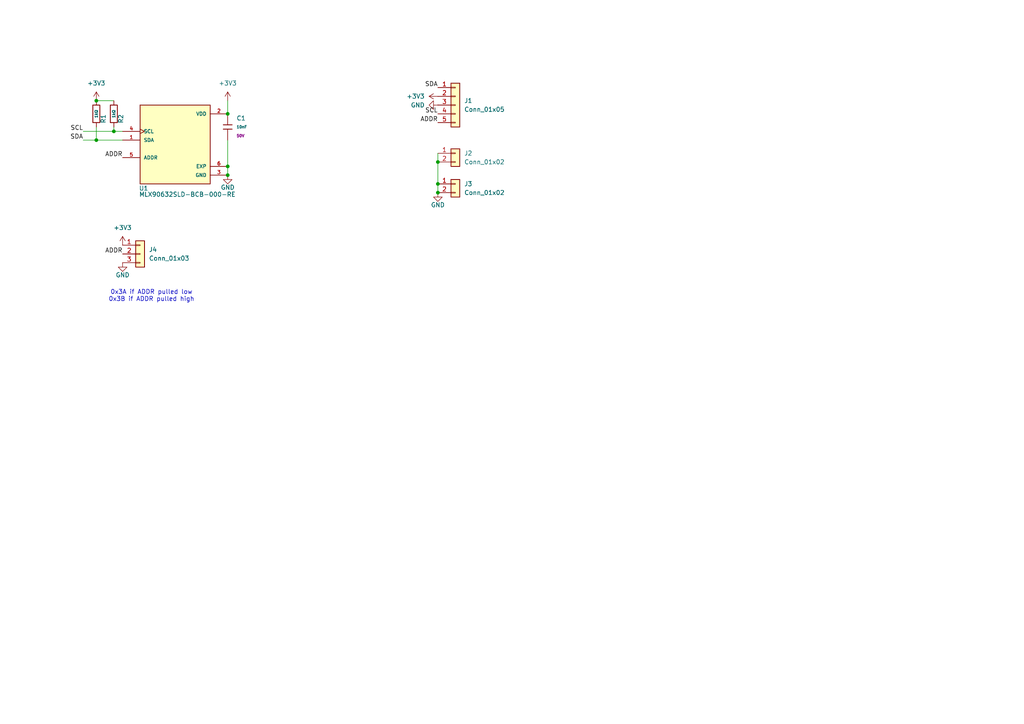
<source format=kicad_sch>
(kicad_sch (version 20250114) (generator "eeschema") (generator_version "9.0")
  (paper "A4")
  (lib_symbols
    (symbol "Connector_Generic:Conn_01x02" (pin_names (offset 1.016) (hide yes))
      (property "Reference" "J" (at 0 2.54 0))
      (property "Value" "Conn_01x02" (at 0 -5.08 0))
      (symbol "Conn_01x02_1_1"
        (rectangle (start -1.27 1.27) (end 1.27 -3.81) (stroke (width 0.254)) (fill (type background)))
        (rectangle (start -1.27 0.127) (end 0 -0.127) (stroke (width 0.1524)))
        (rectangle (start -1.27 -2.413) (end 0 -2.667) (stroke (width 0.1524)))
        (pin passive line (at -5.08 0 0) (length 3.81) (name "Pin_1") (number "1"))
        (pin passive line (at -5.08 -2.54 0) (length 3.81) (name "Pin_2") (number "2"))
      )
    )
    (symbol "Connector_Generic:Conn_01x03" (pin_names (offset 1.016) (hide yes))
      (property "Reference" "J" (at 0 5.08 0))
      (property "Value" "Conn_01x03" (at 0 -5.08 0))
      (symbol "Conn_01x03_1_1"
        (rectangle (start -1.27 3.81) (end 1.27 -3.81) (stroke (width 0.254)) (fill (type background)))
        (rectangle (start -1.27 2.667) (end 0 2.413) (stroke (width 0.1524)))
        (rectangle (start -1.27 0.127) (end 0 -0.127) (stroke (width 0.1524)))
        (rectangle (start -1.27 -2.413) (end 0 -2.667) (stroke (width 0.1524)))
        (pin passive line (at -5.08 2.54 0) (length 3.81) (name "Pin_1") (number "1"))
        (pin passive line (at -5.08 0 0) (length 3.81) (name "Pin_2") (number "2"))
        (pin passive line (at -5.08 -2.54 0) (length 3.81) (name "Pin_3") (number "3"))
      )
    )
    (symbol "Connector_Generic:Conn_01x05" (pin_names (offset 1.016) (hide yes))
      (property "Reference" "J" (at 0 7.62 0))
      (property "Value" "Conn_01x05" (at 0 -7.62 0))
      (symbol "Conn_01x05_1_1"
        (rectangle (start -1.27 6.35) (end 1.27 -6.35) (stroke (width 0.254)) (fill (type background)))
        (rectangle (start -1.27 5.207) (end 0 4.953) (stroke (width 0.1524)))
        (rectangle (start -1.27 2.667) (end 0 2.413) (stroke (width 0.1524)))
        (rectangle (start -1.27 0.127) (end 0 -0.127) (stroke (width 0.1524)))
        (rectangle (start -1.27 -2.413) (end 0 -2.667) (stroke (width 0.1524)))
        (rectangle (start -1.27 -4.953) (end 0 -5.207) (stroke (width 0.1524)))
        (pin passive line (at -5.08 5.08 0) (length 3.81) (name "Pin_1") (number "1"))
        (pin passive line (at -5.08 2.54 0) (length 3.81) (name "Pin_2") (number "2"))
        (pin passive line (at -5.08 0 0) (length 3.81) (name "Pin_3") (number "3"))
        (pin passive line (at -5.08 -2.54 0) (length 3.81) (name "Pin_4") (number "4"))
        (pin passive line (at -5.08 -5.08 0) (length 3.81) (name "Pin_5") (number "5"))
      )
    )
    (symbol "MLX90632SLD-BCB-000-RE:MLX90632SLD-BCB-000-RE" (pin_names (offset 1.016))
      (property "Reference" "U" (at -10.16 10.922 0))
      (property "Value" "MLX90632SLD-BCB-000-RE" (at -10.16 -14.986 0))
      (symbol "MLX90632SLD-BCB-000-RE_0_0"
        (rectangle (start -10.16 -12.7) (end 10.16 10.16) (stroke (width 0.254)) (fill (type background)))
        (pin input clock (at -15.24 2.54 0) (length 5.08) (name "SCL") (number "4"))
        (pin input line (at -15.24 0 0) (length 5.08) (name "SDA") (number "1"))
        (pin input line (at -15.24 -5.08 0) (length 5.08) (name "ADDR") (number "5"))
        (pin power_in line (at 15.24 7.62 180) (length 5.08) (name "VDD") (number "2"))
        (pin power_in line (at 15.24 -7.62 180) (length 5.08) (name "EXP") (number "6"))
        (pin power_in line (at 15.24 -10.16 180) (length 5.08) (name "GND") (number "3"))
      )
    )
    (symbol "PCM_JLCPCB-Capacitors:0402,10nF" (pin_numbers (hide yes)) (pin_names (offset 0))
      (property "Reference" "C" (at 2.032 1.668 0))
      (property "Value" "10nF" (at 2.032 -0.3782 0))
      (property "Voltage Rated" "50V" (at 2.032 -2.0462 0))
      (symbol "0402,10nF_0_1"
        (polyline (pts (xy -1.27 0.635) (xy 1.27 0.635)) (stroke (width 0.254)))
        (polyline (pts (xy -1.27 -0.635) (xy 1.27 -0.635)) (stroke (width 0.254)))
      )
      (symbol "0402,10nF_1_1"
        (pin passive line (at 0 3.81 270) (length 3.175) (name "~") (number "1"))
        (pin passive line (at 0 -3.81 90) (length 3.175) (name "~") (number "2"))
      )
    )
    (symbol "PCM_JLCPCB-Resistors:0402,1kΩ" (pin_numbers (hide yes)) (pin_names (offset 0))
      (property "Reference" "R" (at 1.778 0 0))
      (property "Value" "1kΩ" (at 0 0 90))
      (symbol "0402,1kΩ_0_1"
        (rectangle (start -1.016 2.54) (end 1.016 -2.54) (stroke (width 0.254)))
      )
      (symbol "0402,1kΩ_1_1"
        (pin passive line (at 0 3.81 270) (length 1.27) (name "~") (number "1"))
        (pin passive line (at 0 -3.81 90) (length 1.27) (name "~") (number "2"))
      )
    )
    (symbol "power:+3V3" (power) (pin_numbers (hide yes)) (pin_names (offset 0) (hide yes))
      (property "Value" "+3V3" (at 0 3.556 0))
      (symbol "+3V3_0_1"
        (polyline (pts (xy -0.762 1.27) (xy 0 2.54)))
        (polyline (pts (xy 0 2.54) (xy 0.762 1.27)))
        (polyline (pts (xy 0 0) (xy 0 2.54)))
      )
      (symbol "+3V3_1_1"
        (pin power_in line (at 0 0 90) (length 0) (name "~") (number "1"))
      )
    )
    (symbol "power:GND" (power) (pin_numbers (hide yes)) (pin_names (offset 0) (hide yes))
      (property "Value" "GND" (at 0 -3.81 0))
      (symbol "GND_0_1"
        (polyline (pts (xy 0 0) (xy 0 -1.27) (xy 1.27 -1.27) (xy 0 -2.54) (xy -1.27 -1.27) (xy 0 -1.27)))
      )
      (symbol "GND_1_1"
        (pin power_in line (at 0 0 270) (length 0) (name "~") (number "1"))
      )
    )
  )
  (text "0x3A if ADDR pulled low\n0x3B if ADDR pulled high" (at 43.942 85.852 0) (effects (font (size 1.27 1.27))))
  (junction (at 33.02 38.1))
  (junction (at 27.94 29.21))
  (junction (at 127 53.34))
  (junction (at 66.04 33.02))
  (junction (at 66.04 48.26))
  (junction (at 27.94 40.64))
  (junction (at 127 55.88))
  (junction (at 127 46.99))
  (junction (at 66.04 50.8))
  (wire (pts (xy 27.94 40.64) (xy 27.94 36.83)))
  (wire (pts (xy 127 53.34) (xy 127 55.88)))
  (wire (pts (xy 127 44.45) (xy 127 46.99)))
  (wire (pts (xy 24.13 38.1) (xy 33.02 38.1)))
  (wire (pts (xy 33.02 38.1) (xy 33.02 36.83)))
  (wire (pts (xy 35.56 40.64) (xy 27.94 40.64)))
  (wire (pts (xy 27.94 29.21) (xy 33.02 29.21)))
  (wire (pts (xy 24.13 40.64) (xy 27.94 40.64)))
  (wire (pts (xy 127 46.99) (xy 127 53.34)))
  (wire (pts (xy 66.04 40.64) (xy 66.04 48.26)))
  (wire (pts (xy 66.04 29.21) (xy 66.04 33.02)))
  (wire (pts (xy 35.56 38.1) (xy 33.02 38.1)))
  (wire (pts (xy 66.04 48.26) (xy 66.04 50.8)))
  (label "SCL" (at 24.13 38.1 180))
  (label "SDA" (at 127 25.4 180))
  (label "ADDR" (at 127 35.56 180))
  (label "SDA" (at 24.13 40.64 180))
  (label "ADDR" (at 35.56 73.66 180))
  (label "ADDR" (at 35.56 45.72 180))
  (label "SCL" (at 127 33.02 180))
  (symbol (lib_id "power:+3V3") (at 27.94 29.21 0) (unit 1)
    (property "Reference" "#PWR01" (effects (hide yes)))
    (property "Value" "+3V3" (at 27.94 24.13 0))
    (property "Description" "Power symbol creates a global label with name \"+3V3\"" (effects (hide yes)))
  )
  (symbol (lib_id "power:GND") (at 127 55.88 0) (unit 1)
    (property "Reference" "#PWR06" (effects (hide yes)))
    (property "Value" "GND" (at 127 59.436 0))
    (property "Description" "Power symbol creates a global label with name \"GND\" , ground" (effects (hide yes)))
  )
  (symbol (lib_id "power:+3V3") (at 35.56 71.12 0) (unit 1)
    (property "Reference" "#PWR05" (effects (hide yes)))
    (property "Value" "+3V3" (at 35.56 66.04 0))
    (property "Description" "Power symbol creates a global label with name \"+3V3\"" (effects (hide yes)))
  )
  (symbol (lib_id "PCM_JLCPCB-Capacitors:0402,10nF") (at 66.04 36.83 0) (unit 1)
    (property "Reference" "C1" (at 68.58 34.2899 0) (effects (justify left)))
    (property "Value" "10nF" (at 68.58 36.83 0) (effects (font (size 0.8 0.8)) (justify left)))
    (property "Footprint" "PCM_JLCPCB:C_0402" (effects (hide yes)))
    (property "Datasheet" "https://www.lcsc.com/datasheet/lcsc_datasheet_2304140030_Samsung-Electro-Mechanics-CL05B103KB5NNNC_C15195.pdf" (effects (hide yes)))
    (property "Description" "50V 10nF X7R ±10% 0402 Multilayer Ceramic Capacitors MLCC - SMD/SMT ROHS" (effects (hide yes)))
    (property "LCSC" "C15195" (effects (hide yes)))
    (property "Stock" "3930777" (effects (hide yes)))
    (property "Price" "0.005USD" (effects (hide yes)))
    (property "Process" "SMT" (effects (hide yes)))
    (property "Minimum Qty" "20" (effects (hide yes)))
    (property "Attrition Qty" "10" (effects (hide yes)))
    (property "Class" "Basic Component" (effects (hide yes)))
    (property "Category" "Capacitors,Multilayer Ceramic Capacitors MLCC - SMD/SMT" (effects (hide yes)))
    (property "Manufacturer" "Samsung Electro-Mechanics" (effects (hide yes)))
    (property "Part" "CL05B103KB5NNNC" (effects (hide yes)))
    (property "Voltage Rated" "50V" (at 68.58 39.37 0) (effects (font (size 0.8 0.8)) (justify left)))
    (property "Tolerance" "±10%" (effects (hide yes)))
    (property "Capacitance" "10nF" (effects (hide yes)))
    (property "Temperature Coefficient" "X7R" (effects (hide yes)))
  )
  (symbol (lib_id "power:GND") (at 127 30.48 270) (unit 1)
    (property "Reference" "#PWR08" (effects (hide yes)))
    (property "Value" "GND" (at 121.158 30.48 90))
    (property "Description" "Power symbol creates a global label with name \"GND\" , ground" (effects (hide yes)))
  )
  (symbol (lib_id "Connector_Generic:Conn_01x03") (at 40.64 73.66 0) (unit 1)
    (property "Reference" "J4" (at 43.18 72.3899 0) (effects (justify left)))
    (property "Value" "Conn_01x03" (at 43.18 74.9299 0) (effects (justify left)))
    (property "Footprint" "Jumper:SolderJumper-3_P1.3mm_Open_Pad1.0x1.5mm_NumberLabels" (effects (hide yes)))
    (property "Description" "Generic connector, single row, 01x03, script generated (kicad-library-utils/schlib/autogen/connector/)" (effects (hide yes)))
  )
  (symbol (lib_id "Connector_Generic:Conn_01x02") (at 132.08 44.45 0) (unit 1)
    (property "Reference" "J2" (at 134.62 44.4499 0) (effects (justify left)))
    (property "Value" "Conn_01x02" (at 134.62 46.9899 0) (effects (justify left)))
    (property "Footprint" "Connector_PinHeader_2.00mm:PinHeader_1x02_P2.00mm_Vertical" (effects (hide yes)))
    (property "Description" "Generic connector, single row, 01x02, script generated (kicad-library-utils/schlib/autogen/connector/)" (effects (hide yes)))
  )
  (symbol (lib_id "power:+3V3") (at 127 27.94 90) (unit 1)
    (property "Reference" "#PWR07" (effects (hide yes)))
    (property "Value" "+3V3" (at 123.19 27.9399 90) (effects (justify left)))
    (property "Description" "Power symbol creates a global label with name \"+3V3\"" (effects (hide yes)))
  )
  (symbol (lib_id "Connector_Generic:Conn_01x02") (at 132.08 53.34 0) (unit 1)
    (property "Reference" "J3" (at 134.62 53.3399 0) (effects (justify left)))
    (property "Value" "Conn_01x02" (at 134.62 55.8799 0) (effects (justify left)))
    (property "Footprint" "Connector_PinHeader_2.00mm:PinHeader_1x02_P2.00mm_Vertical" (effects (hide yes)))
    (property "Description" "Generic connector, single row, 01x02, script generated (kicad-library-utils/schlib/autogen/connector/)" (effects (hide yes)))
  )
  (symbol (lib_id "Connector_Generic:Conn_01x05") (at 132.08 30.48 0) (unit 1)
    (property "Reference" "J1" (at 134.62 29.2099 0) (effects (justify left)))
    (property "Value" "Conn_01x05" (at 134.62 31.7499 0) (effects (justify left)))
    (property "Footprint" "Connector_PinHeader_2.00mm:PinHeader_1x05_P2.00mm_Vertical" (effects (hide yes)))
    (property "Description" "Generic connector, single row, 01x05, script generated (kicad-library-utils/schlib/autogen/connector/)" (effects (hide yes)))
  )
  (symbol (lib_id "MLX90632SLD-BCB-000-RE:MLX90632SLD-BCB-000-RE") (at 50.8 40.64 0) (unit 1)
    (property "Reference" "U1" (at 41.656 54.61 0))
    (property "Value" "MLX90632SLD-BCB-000-RE" (at 54.356 56.388 0))
    (property "Footprint" "MLX90632:IC_MLX90632SLD-BCB-000-RE" (effects (hide yes)))
    (property "PARTREV" "12" (effects (hide yes)))
    (property "STANDARD" "Manufacturer Recommendations" (effects (hide yes)))
    (property "MAXIMUM_PACKAGE_HEIGHT" "1.0mm" (effects (hide yes)))
    (property "MANUFACTURER" "Melexis" (effects (hide yes)))
  )
  (symbol (lib_id "PCM_JLCPCB-Resistors:0402,1kΩ") (at 33.02 33.02 0) (unit 1)
    (property "Reference" "R2" (at 35.052 35.814 90) (effects (justify left)))
    (property "Value" "1kΩ" (at 33.02 33.02 90) (effects (font (size 0.8 0.8))))
    (property "Footprint" "PCM_JLCPCB:R_0402" (effects (hide yes)))
    (property "Datasheet" "https://www.lcsc.com/datasheet/lcsc_datasheet_2206010216_UNI-ROYAL-Uniroyal-Elec-0402WGF1001TCE_C11702.pdf" (effects (hide yes)))
    (property "Description" "62.5mW Thick Film Resistors 50V ±100ppm/°C ±1% 1kΩ 0402 Chip Resistor - Surface Mount ROHS" (effects (hide yes)))
    (property "LCSC" "C11702" (effects (hide yes)))
    (property "Stock" "13723064" (effects (hide yes)))
    (property "Price" "0.004USD" (effects (hide yes)))
    (property "Process" "SMT" (effects (hide yes)))
    (property "Minimum Qty" "20" (effects (hide yes)))
    (property "Attrition Qty" "10" (effects (hide yes)))
    (property "Class" "Basic Component" (effects (hide yes)))
    (property "Category" "Resistors,Chip Resistor - Surface Mount" (effects (hide yes)))
    (property "Manufacturer" "UNI-ROYAL(Uniroyal Elec)" (effects (hide yes)))
    (property "Part" "0402WGF1001TCE" (effects (hide yes)))
    (property "Resistance" "1kΩ" (effects (hide yes)))
    (property "Power(Watts)" "62.5mW" (effects (hide yes)))
    (property "Type" "Thick Film Resistors" (effects (hide yes)))
    (property "Overload Voltage (Max)" "50V" (effects (hide yes)))
    (property "Operating Temperature Range" "-55°C~+155°C" (effects (hide yes)))
    (property "Tolerance" "±1%" (effects (hide yes)))
    (property "Temperature Coefficient" "±100ppm/°C" (effects (hide yes)))
  )
  (symbol (lib_id "PCM_JLCPCB-Resistors:0402,1kΩ") (at 27.94 33.02 0) (unit 1)
    (property "Reference" "R1" (at 29.972 35.814 90) (effects (justify left)))
    (property "Value" "1kΩ" (at 27.94 33.02 90) (effects (font (size 0.8 0.8))))
    (property "Footprint" "PCM_JLCPCB:R_0402" (effects (hide yes)))
    (property "Datasheet" "https://www.lcsc.com/datasheet/lcsc_datasheet_2206010216_UNI-ROYAL-Uniroyal-Elec-0402WGF1001TCE_C11702.pdf" (effects (hide yes)))
    (property "Description" "62.5mW Thick Film Resistors 50V ±100ppm/°C ±1% 1kΩ 0402 Chip Resistor - Surface Mount ROHS" (effects (hide yes)))
    (property "LCSC" "C11702" (effects (hide yes)))
    (property "Stock" "13723064" (effects (hide yes)))
    (property "Price" "0.004USD" (effects (hide yes)))
    (property "Process" "SMT" (effects (hide yes)))
    (property "Minimum Qty" "20" (effects (hide yes)))
    (property "Attrition Qty" "10" (effects (hide yes)))
    (property "Class" "Basic Component" (effects (hide yes)))
    (property "Category" "Resistors,Chip Resistor - Surface Mount" (effects (hide yes)))
    (property "Manufacturer" "UNI-ROYAL(Uniroyal Elec)" (effects (hide yes)))
    (property "Part" "0402WGF1001TCE" (effects (hide yes)))
    (property "Resistance" "1kΩ" (effects (hide yes)))
    (property "Power(Watts)" "62.5mW" (effects (hide yes)))
    (property "Type" "Thick Film Resistors" (effects (hide yes)))
    (property "Overload Voltage (Max)" "50V" (effects (hide yes)))
    (property "Operating Temperature Range" "-55°C~+155°C" (effects (hide yes)))
    (property "Tolerance" "±1%" (effects (hide yes)))
    (property "Temperature Coefficient" "±100ppm/°C" (effects (hide yes)))
  )
  (symbol (lib_id "power:GND") (at 35.56 76.2 0) (unit 1)
    (property "Reference" "#PWR04" (effects (hide yes)))
    (property "Value" "GND" (at 35.56 79.756 0))
    (property "Description" "Power symbol creates a global label with name \"GND\" , ground" (effects (hide yes)))
  )
  (symbol (lib_id "power:+3V3") (at 66.04 29.21 0) (unit 1)
    (property "Reference" "#PWR03" (effects (hide yes)))
    (property "Value" "+3V3" (at 66.04 24.13 0))
    (property "Description" "Power symbol creates a global label with name \"+3V3\"" (effects (hide yes)))
  )
  (symbol (lib_id "power:GND") (at 66.04 50.8 0) (unit 1)
    (property "Reference" "#PWR02" (effects (hide yes)))
    (property "Value" "GND" (at 66.04 54.356 0))
    (property "Description" "Power symbol creates a global label with name \"GND\" , ground" (effects (hide yes)))
  )
)
</source>
